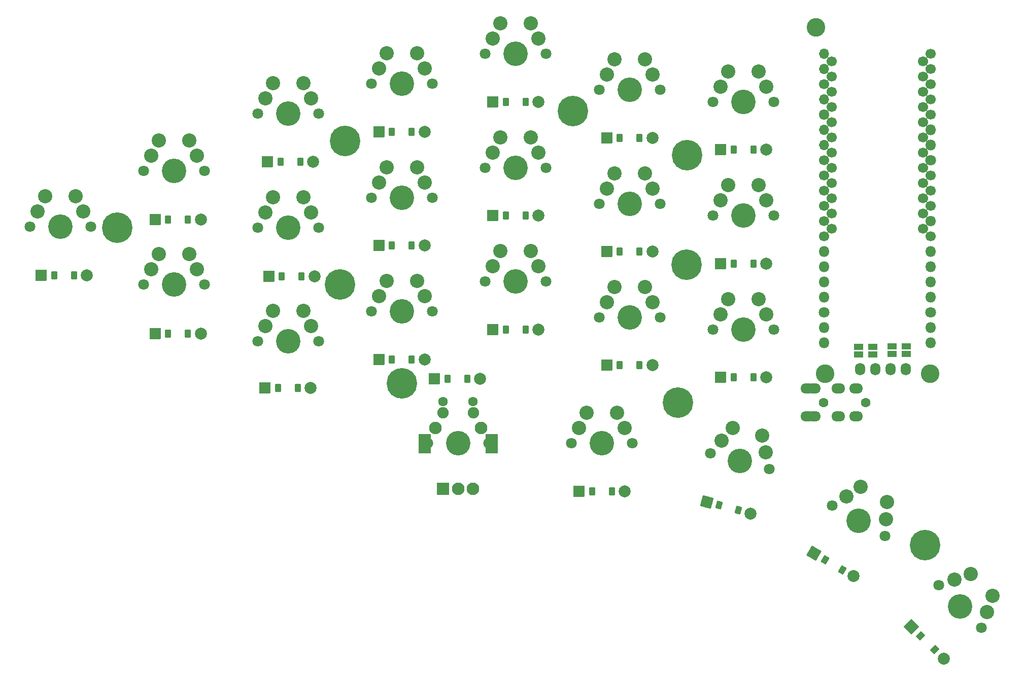
<source format=gbr>
%TF.GenerationSoftware,KiCad,Pcbnew,(6.0.10)*%
%TF.CreationDate,2023-04-21T22:00:42+03:00*%
%TF.ProjectId,blaster,626c6173-7465-4722-9e6b-696361645f70,v1.0.0*%
%TF.SameCoordinates,Original*%
%TF.FileFunction,Soldermask,Top*%
%TF.FilePolarity,Negative*%
%FSLAX46Y46*%
G04 Gerber Fmt 4.6, Leading zero omitted, Abs format (unit mm)*
G04 Created by KiCad (PCBNEW (6.0.10)) date 2023-04-21 22:00:42*
%MOMM*%
%LPD*%
G01*
G04 APERTURE LIST*
G04 Aperture macros list*
%AMRoundRect*
0 Rectangle with rounded corners*
0 $1 Rounding radius*
0 $2 $3 $4 $5 $6 $7 $8 $9 X,Y pos of 4 corners*
0 Add a 4 corners polygon primitive as box body*
4,1,4,$2,$3,$4,$5,$6,$7,$8,$9,$2,$3,0*
0 Add four circle primitives for the rounded corners*
1,1,$1+$1,$2,$3*
1,1,$1+$1,$4,$5*
1,1,$1+$1,$6,$7*
1,1,$1+$1,$8,$9*
0 Add four rect primitives between the rounded corners*
20,1,$1+$1,$2,$3,$4,$5,0*
20,1,$1+$1,$4,$5,$6,$7,0*
20,1,$1+$1,$6,$7,$8,$9,0*
20,1,$1+$1,$8,$9,$2,$3,0*%
G04 Aperture macros list end*
%ADD10C,1.801800*%
%ADD11C,4.087800*%
%ADD12C,2.386000*%
%ADD13RoundRect,0.050000X-0.450000X-0.600000X0.450000X-0.600000X0.450000X0.600000X-0.450000X0.600000X0*%
%ADD14RoundRect,0.050000X-0.889000X-0.889000X0.889000X-0.889000X0.889000X0.889000X-0.889000X0.889000X0*%
%ADD15C,2.005000*%
%ADD16C,5.100000*%
%ADD17RoundRect,0.050000X-0.750000X0.500000X-0.750000X-0.500000X0.750000X-0.500000X0.750000X0.500000X0*%
%ADD18RoundRect,0.050000X1.000000X-1.000000X1.000000X1.000000X-1.000000X1.000000X-1.000000X-1.000000X0*%
%ADD19C,2.100000*%
%ADD20RoundRect,0.050000X1.000000X-1.600000X1.000000X1.600000X-1.000000X1.600000X-1.000000X-1.600000X0*%
%ADD21C,1.600000*%
%ADD22O,2.300000X1.700000*%
%ADD23C,3.100000*%
%ADD24C,1.900000*%
%ADD25O,1.700000X2.100000*%
%ADD26RoundRect,0.050000X-1.257236X0.000000X0.000000X-1.257236X1.257236X0.000000X0.000000X1.257236X0*%
%ADD27RoundRect,0.050000X-0.742462X-0.106066X-0.106066X-0.742462X0.742462X0.106066X0.106066X0.742462X0*%
%ADD28O,1.700000X1.700000*%
%ADD29C,1.700000*%
%ADD30O,1.700000X1.800000*%
%ADD31O,1.800000X1.800000*%
%ADD32C,1.800000*%
%ADD33RoundRect,0.050000X-1.214397X-0.325397X0.325397X-1.214397X1.214397X0.325397X-0.325397X1.214397X0*%
%ADD34RoundRect,0.050000X-0.689711X-0.294615X0.089711X-0.744615X0.689711X0.294615X-0.089711X0.744615X0*%
%ADD35RoundRect,0.050000X-0.589958X-0.463087X0.279375X-0.696024X0.589958X0.463087X-0.279375X0.696024X0*%
%ADD36RoundRect,0.050000X-1.088798X-0.628618X0.628618X-1.088798X1.088798X0.628618X-0.628618X1.088798X0*%
G04 APERTURE END LIST*
D10*
%TO.C,S38*%
X211513750Y-105762500D03*
D11*
X216593750Y-105762500D03*
D10*
X221673750Y-105762500D03*
D12*
X219133750Y-100682500D03*
X214053750Y-100682500D03*
X212783750Y-103222500D03*
X220403750Y-103222500D03*
%TD*%
D13*
%TO.C,D5*%
X158571591Y-136930708D03*
D14*
X156411591Y-136930708D03*
D13*
X161871591Y-136930708D03*
D15*
X164031591Y-136930708D03*
%TD*%
D16*
%TO.C,*%
X207093750Y-109262500D03*
%TD*%
D14*
%TO.C,D8*%
X174783750Y-131762500D03*
D13*
X176943750Y-131762500D03*
D15*
X182403750Y-131762500D03*
D13*
X180243750Y-131762500D03*
%TD*%
%TO.C,D10*%
X195943750Y-145762500D03*
D14*
X193783750Y-145762500D03*
D13*
X199243750Y-145762500D03*
D15*
X201403750Y-145762500D03*
%TD*%
D13*
%TO.C,D17*%
X233943750Y-134762500D03*
D14*
X231783750Y-134762500D03*
D15*
X239403750Y-134762500D03*
D13*
X237243750Y-134762500D03*
%TD*%
D16*
%TO.C,*%
X169093750Y-114262500D03*
%TD*%
D17*
%TO.C, *%
X260350000Y-148575000D03*
X260350000Y-149875000D03*
%TD*%
D18*
%TO.C, *%
X185468750Y-172350000D03*
D19*
X190468750Y-172350000D03*
X187968750Y-172350000D03*
D20*
X193568750Y-164850000D03*
X182368750Y-164850000D03*
D21*
X190468750Y-157850000D03*
X185468750Y-157850000D03*
%TD*%
D10*
%TO.C,S40*%
X230513750Y-126762500D03*
X240673750Y-126762500D03*
D11*
X235593750Y-126762500D03*
D12*
X233053750Y-121682500D03*
X238133750Y-121682500D03*
X231783750Y-124222500D03*
X239403750Y-124222500D03*
%TD*%
D14*
%TO.C,D16*%
X231783750Y-153762500D03*
D13*
X233943750Y-153762500D03*
X237243750Y-153762500D03*
D15*
X239403750Y-153762500D03*
%TD*%
D10*
%TO.C,S26*%
X135513750Y-119287500D03*
D11*
X140593750Y-119287500D03*
D10*
X145673750Y-119287500D03*
D12*
X138053750Y-114207500D03*
X143133750Y-114207500D03*
X136783750Y-116747500D03*
X144403750Y-116747500D03*
%TD*%
D14*
%TO.C,D6*%
X156183750Y-117762500D03*
D13*
X158343750Y-117762500D03*
X161643750Y-117762500D03*
D15*
X163803750Y-117762500D03*
%TD*%
D10*
%TO.C,S30*%
X183673750Y-142762500D03*
X173513750Y-142762500D03*
D11*
X178593750Y-142762500D03*
D12*
X176053750Y-137682500D03*
X181133750Y-137682500D03*
X182403750Y-140222500D03*
X174783750Y-140222500D03*
%TD*%
D14*
%TO.C,D4*%
X155761591Y-155530708D03*
D13*
X157921591Y-155530708D03*
D15*
X163381591Y-155530708D03*
D13*
X161221591Y-155530708D03*
%TD*%
D21*
%TO.C,TRRS1*%
X255975000Y-157956250D03*
X248975000Y-157956250D03*
D22*
X246275000Y-160256250D03*
X246275000Y-155656250D03*
X247375000Y-160256250D03*
X247375000Y-155656250D03*
X251375000Y-155656250D03*
X251375000Y-160256250D03*
X254375000Y-160256250D03*
X254375000Y-155656250D03*
%TD*%
D14*
%TO.C,D7*%
X174783750Y-150762500D03*
D13*
X176943750Y-150762500D03*
X180243750Y-150762500D03*
D15*
X182403750Y-150762500D03*
%TD*%
D10*
%TO.C,S32*%
X173513750Y-104762500D03*
X183673750Y-104762500D03*
D11*
X178593750Y-104762500D03*
D12*
X176053750Y-99682500D03*
X181133750Y-99682500D03*
X182403750Y-102222500D03*
X174783750Y-102222500D03*
%TD*%
D14*
%TO.C,D14*%
X212783750Y-132762500D03*
D13*
X214943750Y-132762500D03*
X218243750Y-132762500D03*
D15*
X220403750Y-132762500D03*
%TD*%
D11*
%TO.C,S25*%
X140593750Y-138287500D03*
D10*
X135513750Y-138287500D03*
X145673750Y-138287500D03*
D12*
X143133750Y-133207500D03*
X138053750Y-133207500D03*
X136783750Y-135747500D03*
X144403750Y-135747500D03*
%TD*%
D10*
%TO.C,S33*%
X192513750Y-137762500D03*
D11*
X197593750Y-137762500D03*
D10*
X202673750Y-137762500D03*
D12*
X200133750Y-132682500D03*
X195053750Y-132682500D03*
X201403750Y-135222500D03*
X193783750Y-135222500D03*
%TD*%
D13*
%TO.C,D9*%
X176943750Y-112762500D03*
D14*
X174783750Y-112762500D03*
D15*
X182403750Y-112762500D03*
D13*
X180243750Y-112762500D03*
%TD*%
D10*
%TO.C,S46*%
X275331380Y-195619420D03*
X268147176Y-188435216D03*
D11*
X271739278Y-192027318D03*
D12*
X277127432Y-190231267D03*
X273535329Y-186639164D03*
X270841252Y-187537190D03*
X276229406Y-192925344D03*
%TD*%
D16*
%TO.C,*%
X265906250Y-181768750D03*
%TD*%
D17*
%TO.C, *%
X254793750Y-148675000D03*
X254793750Y-149975000D03*
%TD*%
D14*
%TO.C,D20*%
X208158750Y-172762500D03*
D13*
X210318750Y-172762500D03*
D15*
X215778750Y-172762500D03*
D13*
X213618750Y-172762500D03*
%TD*%
D11*
%TO.C,S39*%
X235593750Y-145762500D03*
D10*
X230513750Y-145762500D03*
X240673750Y-145762500D03*
D12*
X233053750Y-140682500D03*
X238133750Y-140682500D03*
X231783750Y-143222500D03*
X239403750Y-143222500D03*
%TD*%
D23*
%TO.C,*%
X247650000Y-95356757D03*
%TD*%
D11*
%TO.C,S35*%
X197593750Y-99762500D03*
D10*
X202673750Y-99762500D03*
X192513750Y-99762500D03*
D12*
X200133750Y-94682500D03*
X195053750Y-94682500D03*
X193783750Y-97222500D03*
X201403750Y-97222500D03*
%TD*%
D10*
%TO.C,S28*%
X154513750Y-128762500D03*
X164673750Y-128762500D03*
D11*
X159593750Y-128762500D03*
D12*
X162133750Y-123682500D03*
X157053750Y-123682500D03*
X155783750Y-126222500D03*
X163403750Y-126222500D03*
%TD*%
D23*
%TO.C,*%
X249237500Y-153193750D03*
%TD*%
D16*
%TO.C,*%
X131093750Y-128787500D03*
%TD*%
D10*
%TO.C,S42*%
X193048750Y-164762500D03*
X182888750Y-164762500D03*
D11*
X187968750Y-164762500D03*
D24*
X185428750Y-159682500D03*
X190508750Y-159682500D03*
D19*
X191778750Y-162222500D03*
X184158750Y-162222500D03*
%TD*%
D23*
%TO.C,*%
X266700000Y-153193750D03*
%TD*%
D11*
%TO.C,S43*%
X211968750Y-164762500D03*
D10*
X217048750Y-164762500D03*
X206888750Y-164762500D03*
D12*
X209428750Y-159682500D03*
X214508750Y-159682500D03*
X208158750Y-162222500D03*
X215778750Y-162222500D03*
%TD*%
D16*
%TO.C,*%
X226218750Y-116681250D03*
%TD*%
D25*
%TO.C,SSD1306*%
X262682500Y-152400000D03*
X260142500Y-152400000D03*
X257602500Y-152400000D03*
X255062500Y-152400000D03*
%TD*%
D16*
%TO.C,*%
X178593750Y-154781250D03*
%TD*%
D11*
%TO.C,S37*%
X216593750Y-124762500D03*
D10*
X221673750Y-124762500D03*
X211513750Y-124762500D03*
D12*
X214053750Y-119682500D03*
X219133750Y-119682500D03*
X212783750Y-122222500D03*
X220403750Y-122222500D03*
%TD*%
D14*
%TO.C,D11*%
X193783750Y-126762500D03*
D13*
X195943750Y-126762500D03*
D15*
X201403750Y-126762500D03*
D13*
X199243750Y-126762500D03*
%TD*%
D14*
%TO.C,D18*%
X231783750Y-115762500D03*
D13*
X233943750Y-115762500D03*
X237243750Y-115762500D03*
D15*
X239403750Y-115762500D03*
%TD*%
D26*
%TO.C,D23*%
X263632947Y-195370447D03*
D27*
X265160298Y-196897798D03*
X267493750Y-199231250D03*
D15*
X269021101Y-200758601D03*
%TD*%
D10*
%TO.C,S27*%
X154513750Y-147762500D03*
D11*
X159593750Y-147762500D03*
D10*
X164673750Y-147762500D03*
D12*
X162133750Y-142682500D03*
X157053750Y-142682500D03*
X155783750Y-145222500D03*
X163403750Y-145222500D03*
%TD*%
D13*
%TO.C,D1*%
X120571591Y-136755708D03*
D14*
X118411591Y-136755708D03*
D15*
X126031591Y-136755708D03*
D13*
X123871591Y-136755708D03*
%TD*%
D16*
%TO.C,*%
X224631250Y-157956250D03*
%TD*%
D10*
%TO.C,S41*%
X240673750Y-107762500D03*
D11*
X235593750Y-107762500D03*
D10*
X230513750Y-107762500D03*
D12*
X238133750Y-102682500D03*
X233053750Y-102682500D03*
X231783750Y-105222500D03*
X239403750Y-105222500D03*
%TD*%
D13*
%TO.C,D12*%
X195943750Y-107762500D03*
D14*
X193783750Y-107762500D03*
D13*
X199243750Y-107762500D03*
D15*
X201403750Y-107762500D03*
%TD*%
D14*
%TO.C,D15*%
X212783750Y-113762500D03*
D13*
X214943750Y-113762500D03*
D15*
X220403750Y-113762500D03*
D13*
X218243750Y-113762500D03*
%TD*%
D10*
%TO.C,S31*%
X183673750Y-123762500D03*
D11*
X178593750Y-123762500D03*
D10*
X173513750Y-123762500D03*
D12*
X181133750Y-118682500D03*
X176053750Y-118682500D03*
X182403750Y-121222500D03*
X174783750Y-121222500D03*
%TD*%
D14*
%TO.C,D13*%
X212783750Y-151762500D03*
D13*
X214943750Y-151762500D03*
X218243750Y-151762500D03*
D15*
X220403750Y-151762500D03*
%TD*%
D17*
%TO.C, *%
X257175000Y-148675000D03*
X257175000Y-149975000D03*
%TD*%
D28*
%TO.C,this side up*%
X249078750Y-99695000D03*
X249078750Y-102235000D03*
D29*
X249078750Y-104775000D03*
D28*
X249078750Y-107315000D03*
D30*
X249078750Y-109855000D03*
D28*
X249078750Y-112395000D03*
D29*
X249078750Y-117475000D03*
X249078750Y-120015000D03*
X249078750Y-122555000D03*
X249078750Y-125095000D03*
X249078750Y-127635000D03*
X249078750Y-130175000D03*
D31*
X249078750Y-132715000D03*
X249078750Y-135255000D03*
X249078750Y-137795000D03*
X249078750Y-140335000D03*
D32*
X249078750Y-142875000D03*
D31*
X249078750Y-145415000D03*
X249078750Y-147955000D03*
X266858750Y-147955000D03*
X266858750Y-145415000D03*
D32*
X266858750Y-142875000D03*
D31*
X266858750Y-140335000D03*
X266858750Y-137795000D03*
X266858750Y-135255000D03*
X266858750Y-132715000D03*
D29*
X266858750Y-130175000D03*
D30*
X266858750Y-127635000D03*
D29*
X266858750Y-125095000D03*
X266858750Y-122555000D03*
X266858750Y-120015000D03*
D32*
X266858750Y-117475000D03*
D31*
X266858750Y-114935000D03*
X266858750Y-112395000D03*
D29*
X266858750Y-109855000D03*
X266858750Y-107315000D03*
X266858750Y-104775000D03*
X266858750Y-102235000D03*
X266858750Y-99695000D03*
D28*
X249078750Y-114935000D03*
%TD*%
D16*
%TO.C,*%
X168275000Y-138262500D03*
%TD*%
D10*
%TO.C,S36*%
X221673750Y-143762500D03*
D11*
X216593750Y-143762500D03*
D10*
X211513750Y-143762500D03*
D12*
X219133750Y-138682500D03*
X214053750Y-138682500D03*
X220403750Y-141222500D03*
X212783750Y-141222500D03*
%TD*%
D33*
%TO.C,D22*%
X247361611Y-183164070D03*
D34*
X249232226Y-184244070D03*
X252090110Y-185894070D03*
D15*
X253960725Y-186974070D03*
%TD*%
D14*
%TO.C,D19*%
X184058750Y-153987500D03*
D13*
X186218750Y-153987500D03*
D15*
X191678750Y-153987500D03*
D13*
X189518750Y-153987500D03*
%TD*%
D14*
%TO.C,D3*%
X137411591Y-127455708D03*
D13*
X139571591Y-127455708D03*
X142871591Y-127455708D03*
D15*
X145031591Y-127455708D03*
%TD*%
D10*
%TO.C,S45*%
X250390535Y-175182872D03*
X259189353Y-180262872D03*
D11*
X254789944Y-177722872D03*
D12*
X259529649Y-174593463D03*
X255130239Y-172053463D03*
X259359501Y-177428167D03*
X252760387Y-173618167D03*
%TD*%
D11*
%TO.C,S34*%
X197593750Y-118762500D03*
D10*
X192513750Y-118762500D03*
X202673750Y-118762500D03*
D12*
X200133750Y-113682500D03*
X195053750Y-113682500D03*
X201403750Y-116222500D03*
X193783750Y-116222500D03*
%TD*%
D10*
%TO.C,S44*%
X230061847Y-166447699D03*
X239875653Y-169077301D03*
D11*
X234968750Y-167762500D03*
D12*
X238737002Y-163512997D03*
X233830099Y-162198196D03*
X239306328Y-166295149D03*
X231945973Y-164322948D03*
%TD*%
D10*
%TO.C,S29*%
X154513750Y-109762500D03*
X164673750Y-109762500D03*
D11*
X159593750Y-109762500D03*
D12*
X162133750Y-104682500D03*
X157053750Y-104682500D03*
X163403750Y-107222500D03*
X155783750Y-107222500D03*
%TD*%
D17*
%TO.C, *%
X262731250Y-148575000D03*
X262731250Y-149875000D03*
%TD*%
D35*
%TO.C,D21*%
X231530677Y-175112109D03*
D36*
X229444278Y-174553059D03*
D15*
X236804632Y-176525261D03*
D35*
X234718233Y-175966211D03*
%TD*%
D14*
%TO.C,D2*%
X137411591Y-146455708D03*
D13*
X139571591Y-146455708D03*
X142871591Y-146455708D03*
D15*
X145031591Y-146455708D03*
%TD*%
D16*
%TO.C,*%
X226093750Y-134937500D03*
%TD*%
D10*
%TO.C,S24*%
X116513750Y-128587500D03*
D11*
X121593750Y-128587500D03*
D10*
X126673750Y-128587500D03*
D12*
X124133750Y-123507500D03*
X119053750Y-123507500D03*
X117783750Y-126047500D03*
X125403750Y-126047500D03*
%TD*%
D29*
%TO.C,MCU1*%
X265588750Y-100965000D03*
X265588750Y-103505000D03*
X265588750Y-106045000D03*
X265588750Y-108585000D03*
X265588750Y-111125000D03*
X265588750Y-113665000D03*
X265588750Y-116205000D03*
X265588750Y-118745000D03*
X265588750Y-121285000D03*
X265588750Y-123825000D03*
X265588750Y-126365000D03*
X265588750Y-128905000D03*
X250348750Y-100965000D03*
X250348750Y-103505000D03*
X250348750Y-106045000D03*
X250348750Y-108585000D03*
X250348750Y-111125000D03*
X250348750Y-113665000D03*
X250348750Y-116205000D03*
X250348750Y-118745000D03*
X250348750Y-121285000D03*
X250348750Y-123825000D03*
X250348750Y-126365000D03*
X250348750Y-128905000D03*
%TD*%
M02*

</source>
